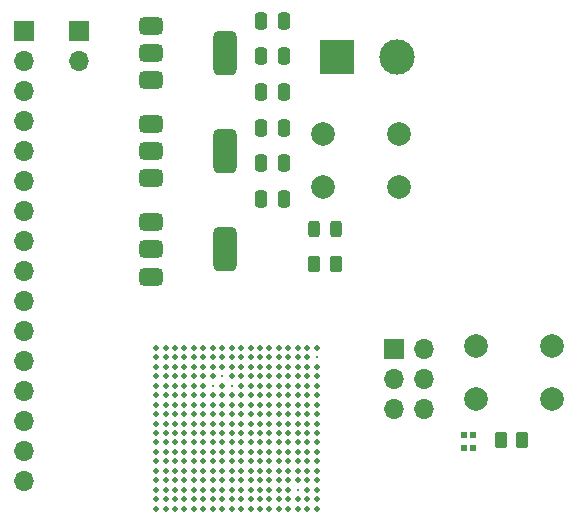
<source format=gbr>
%TF.GenerationSoftware,KiCad,Pcbnew,8.0.3*%
%TF.CreationDate,2025-04-27T14:59:32+02:00*%
%TF.ProjectId,FPGA_Audio_Board,46504741-5f41-4756-9469-6f5f426f6172,rev?*%
%TF.SameCoordinates,Original*%
%TF.FileFunction,Soldermask,Top*%
%TF.FilePolarity,Negative*%
%FSLAX46Y46*%
G04 Gerber Fmt 4.6, Leading zero omitted, Abs format (unit mm)*
G04 Created by KiCad (PCBNEW 8.0.3) date 2025-04-27 14:59:32*
%MOMM*%
%LPD*%
G01*
G04 APERTURE LIST*
G04 Aperture macros list*
%AMRoundRect*
0 Rectangle with rounded corners*
0 $1 Rounding radius*
0 $2 $3 $4 $5 $6 $7 $8 $9 X,Y pos of 4 corners*
0 Add a 4 corners polygon primitive as box body*
4,1,4,$2,$3,$4,$5,$6,$7,$8,$9,$2,$3,0*
0 Add four circle primitives for the rounded corners*
1,1,$1+$1,$2,$3*
1,1,$1+$1,$4,$5*
1,1,$1+$1,$6,$7*
1,1,$1+$1,$8,$9*
0 Add four rect primitives between the rounded corners*
20,1,$1+$1,$2,$3,$4,$5,0*
20,1,$1+$1,$4,$5,$6,$7,0*
20,1,$1+$1,$6,$7,$8,$9,0*
20,1,$1+$1,$8,$9,$2,$3,0*%
G04 Aperture macros list end*
%ADD10RoundRect,0.243750X-0.243750X-0.456250X0.243750X-0.456250X0.243750X0.456250X-0.243750X0.456250X0*%
%ADD11R,0.500000X0.600000*%
%ADD12RoundRect,0.250000X-0.250000X-0.475000X0.250000X-0.475000X0.250000X0.475000X-0.250000X0.475000X0*%
%ADD13C,2.000000*%
%ADD14R,1.700000X1.700000*%
%ADD15O,1.700000X1.700000*%
%ADD16RoundRect,0.250000X-0.262500X-0.450000X0.262500X-0.450000X0.262500X0.450000X-0.262500X0.450000X0*%
%ADD17RoundRect,0.375000X-0.625000X-0.375000X0.625000X-0.375000X0.625000X0.375000X-0.625000X0.375000X0*%
%ADD18RoundRect,0.500000X-0.500000X-1.400000X0.500000X-1.400000X0.500000X1.400000X-0.500000X1.400000X0*%
%ADD19R,3.000000X3.000000*%
%ADD20C,3.000000*%
%ADD21C,0.500000*%
%ADD22C,0.300000*%
G04 APERTURE END LIST*
D10*
%TO.C,D1*%
X146390000Y-92125000D03*
X148265000Y-92125000D03*
%TD*%
D11*
%TO.C,X1*%
X159057500Y-109600000D03*
X159057500Y-110700000D03*
X159857500Y-110700000D03*
X159857500Y-109600000D03*
%TD*%
D12*
%TO.C,C1*%
X141907500Y-74510000D03*
X143807500Y-74510000D03*
%TD*%
D13*
%TO.C,SW2*%
X160057500Y-102000000D03*
X166557500Y-102000000D03*
X160057500Y-106500000D03*
X166557500Y-106500000D03*
%TD*%
D14*
%TO.C,AUDIO_OUT_HEADER1*%
X126457500Y-75330000D03*
D15*
X126457500Y-77870000D03*
%TD*%
D16*
%TO.C,R1*%
X146375000Y-95120000D03*
X148200000Y-95120000D03*
%TD*%
D12*
%TO.C,C6*%
X141907500Y-89560000D03*
X143807500Y-89560000D03*
%TD*%
D17*
%TO.C,U3*%
X132557500Y-91555000D03*
X132557500Y-93855000D03*
D18*
X138857500Y-93855000D03*
D17*
X132557500Y-96155000D03*
%TD*%
D14*
%TO.C,SW_HEADER1*%
X121807500Y-75330000D03*
D15*
X121807500Y-77870000D03*
X121807500Y-80410000D03*
X121807500Y-82950000D03*
X121807500Y-85490000D03*
X121807500Y-88030000D03*
X121807500Y-90570000D03*
X121807500Y-93110000D03*
X121807500Y-95650000D03*
X121807500Y-98190000D03*
X121807500Y-100730000D03*
X121807500Y-103270000D03*
X121807500Y-105810000D03*
X121807500Y-108350000D03*
X121807500Y-110890000D03*
X121807500Y-113430000D03*
%TD*%
D12*
%TO.C,C5*%
X141907500Y-86550000D03*
X143807500Y-86550000D03*
%TD*%
D16*
%TO.C,R2*%
X162175000Y-110000000D03*
X164000000Y-110000000D03*
%TD*%
D19*
%TO.C,J1*%
X148317500Y-77530000D03*
D20*
X153397500Y-77530000D03*
%TD*%
D21*
%TO.C,U4*%
X133007500Y-102200000D03*
X133807500Y-102200000D03*
X134607500Y-102200000D03*
X135407500Y-102200000D03*
X136207500Y-102200000D03*
X137007500Y-102200000D03*
X137807500Y-102200000D03*
X138607500Y-102200000D03*
X139407500Y-102200000D03*
X140207500Y-102200000D03*
X141007500Y-102200000D03*
X141807500Y-102200000D03*
X142607500Y-102200000D03*
X143407500Y-102200000D03*
X144207500Y-102200000D03*
X145007500Y-102200000D03*
X145807500Y-102200000D03*
X146607500Y-102200000D03*
X133007500Y-103000000D03*
X133807500Y-103000000D03*
X134607500Y-103000000D03*
X135407500Y-103000000D03*
X136207500Y-103000000D03*
X137007500Y-103000000D03*
X137807500Y-103000000D03*
X138607500Y-103000000D03*
X139407500Y-103000000D03*
X140207500Y-103000000D03*
X141007500Y-103000000D03*
X141807500Y-103000000D03*
X142607500Y-103000000D03*
X143407500Y-103000000D03*
X144207500Y-103000000D03*
X145007500Y-103000000D03*
X145807500Y-103000000D03*
D22*
X146607500Y-103000000D03*
D21*
X133007500Y-103800000D03*
X133807500Y-103800000D03*
X134607500Y-103800000D03*
X135407500Y-103800000D03*
X136207500Y-103800000D03*
X137007500Y-103800000D03*
X137807500Y-103800000D03*
X138607500Y-103800000D03*
X139407500Y-103800000D03*
X140207500Y-103800000D03*
X141007500Y-103800000D03*
X141807500Y-103800000D03*
X142607500Y-103800000D03*
X143407500Y-103800000D03*
X144207500Y-103800000D03*
X145007500Y-103800000D03*
X145807500Y-103800000D03*
X146607500Y-103800000D03*
X133007500Y-104600000D03*
X133807500Y-104600000D03*
X134607500Y-104600000D03*
X135407500Y-104600000D03*
X136207500Y-104600000D03*
X137007500Y-104600000D03*
X137807500Y-104600000D03*
D22*
X138607500Y-104600000D03*
D21*
X139407500Y-104600000D03*
X140207500Y-104600000D03*
X141007500Y-104600000D03*
X141807500Y-104600000D03*
X142607500Y-104600000D03*
X143407500Y-104600000D03*
X144207500Y-104600000D03*
X145007500Y-104600000D03*
X145807500Y-104600000D03*
X146607500Y-104600000D03*
X133007500Y-105400000D03*
X133807500Y-105400000D03*
X134607500Y-105400000D03*
X135407500Y-105400000D03*
X136207500Y-105400000D03*
X137007500Y-105400000D03*
D22*
X137807500Y-105400000D03*
D21*
X138607500Y-105400000D03*
D22*
X139407500Y-105400000D03*
D21*
X140207500Y-105400000D03*
X141007500Y-105400000D03*
X141807500Y-105400000D03*
X142607500Y-105400000D03*
X143407500Y-105400000D03*
X144207500Y-105400000D03*
X145007500Y-105400000D03*
X145807500Y-105400000D03*
X146607500Y-105400000D03*
X133007500Y-106200000D03*
X133807500Y-106200000D03*
X134607500Y-106200000D03*
X135407500Y-106200000D03*
X136207500Y-106200000D03*
X137007500Y-106200000D03*
X137807500Y-106200000D03*
X138607500Y-106200000D03*
X139407500Y-106200000D03*
X140207500Y-106200000D03*
X141007500Y-106200000D03*
X141807500Y-106200000D03*
X142607500Y-106200000D03*
X143407500Y-106200000D03*
X144207500Y-106200000D03*
X145007500Y-106200000D03*
X145807500Y-106200000D03*
X146607500Y-106200000D03*
X133007500Y-107000000D03*
X133807500Y-107000000D03*
X134607500Y-107000000D03*
X135407500Y-107000000D03*
X136207500Y-107000000D03*
X137007500Y-107000000D03*
X137807500Y-107000000D03*
X138607500Y-107000000D03*
X139407500Y-107000000D03*
X140207500Y-107000000D03*
X141007500Y-107000000D03*
X141807500Y-107000000D03*
X142607500Y-107000000D03*
X143407500Y-107000000D03*
X144207500Y-107000000D03*
X145007500Y-107000000D03*
X145807500Y-107000000D03*
X146607500Y-107000000D03*
X133007500Y-107800000D03*
X133807500Y-107800000D03*
X134607500Y-107800000D03*
X135407500Y-107800000D03*
X136207500Y-107800000D03*
X137007500Y-107800000D03*
X137807500Y-107800000D03*
X138607500Y-107800000D03*
X139407500Y-107800000D03*
X140207500Y-107800000D03*
X141007500Y-107800000D03*
X141807500Y-107800000D03*
X142607500Y-107800000D03*
X143407500Y-107800000D03*
X144207500Y-107800000D03*
X145007500Y-107800000D03*
X145807500Y-107800000D03*
X146607500Y-107800000D03*
X133007500Y-108600000D03*
X133807500Y-108600000D03*
X134607500Y-108600000D03*
X135407500Y-108600000D03*
X136207500Y-108600000D03*
X137007500Y-108600000D03*
X137807500Y-108600000D03*
X138607500Y-108600000D03*
X139407500Y-108600000D03*
X140207500Y-108600000D03*
X141007500Y-108600000D03*
X141807500Y-108600000D03*
X142607500Y-108600000D03*
X143407500Y-108600000D03*
X144207500Y-108600000D03*
X145007500Y-108600000D03*
X145807500Y-108600000D03*
X146607500Y-108600000D03*
X133007500Y-109400000D03*
X133807500Y-109400000D03*
X134607500Y-109400000D03*
X135407500Y-109400000D03*
X136207500Y-109400000D03*
X137007500Y-109400000D03*
X137807500Y-109400000D03*
X138607500Y-109400000D03*
X139407500Y-109400000D03*
X140207500Y-109400000D03*
X141007500Y-109400000D03*
X141807500Y-109400000D03*
X142607500Y-109400000D03*
X143407500Y-109400000D03*
X144207500Y-109400000D03*
X145007500Y-109400000D03*
X145807500Y-109400000D03*
X146607500Y-109400000D03*
X133007500Y-110200000D03*
X133807500Y-110200000D03*
X134607500Y-110200000D03*
X135407500Y-110200000D03*
X136207500Y-110200000D03*
X137007500Y-110200000D03*
X137807500Y-110200000D03*
X138607500Y-110200000D03*
X139407500Y-110200000D03*
X140207500Y-110200000D03*
X141007500Y-110200000D03*
X141807500Y-110200000D03*
X142607500Y-110200000D03*
X143407500Y-110200000D03*
X144207500Y-110200000D03*
X145007500Y-110200000D03*
X145807500Y-110200000D03*
X146607500Y-110200000D03*
X133007500Y-111000000D03*
X133807500Y-111000000D03*
X134607500Y-111000000D03*
X135407500Y-111000000D03*
X136207500Y-111000000D03*
X137007500Y-111000000D03*
X137807500Y-111000000D03*
X138607500Y-111000000D03*
X139407500Y-111000000D03*
X140207500Y-111000000D03*
X141007500Y-111000000D03*
X141807500Y-111000000D03*
X142607500Y-111000000D03*
X143407500Y-111000000D03*
X144207500Y-111000000D03*
X145007500Y-111000000D03*
X145807500Y-111000000D03*
X146607500Y-111000000D03*
X133007500Y-111800000D03*
X133807500Y-111800000D03*
X134607500Y-111800000D03*
X135407500Y-111800000D03*
X136207500Y-111800000D03*
X137007500Y-111800000D03*
X137807500Y-111800000D03*
X138607500Y-111800000D03*
X139407500Y-111800000D03*
X140207500Y-111800000D03*
X141007500Y-111800000D03*
X141807500Y-111800000D03*
X142607500Y-111800000D03*
X143407500Y-111800000D03*
X144207500Y-111800000D03*
X145007500Y-111800000D03*
X145807500Y-111800000D03*
X146607500Y-111800000D03*
X133007500Y-112600000D03*
X133807500Y-112600000D03*
X134607500Y-112600000D03*
X135407500Y-112600000D03*
X136207500Y-112600000D03*
X137007500Y-112600000D03*
X137807500Y-112600000D03*
X138607500Y-112600000D03*
X139407500Y-112600000D03*
X140207500Y-112600000D03*
X141007500Y-112600000D03*
X141807500Y-112600000D03*
X142607500Y-112600000D03*
X143407500Y-112600000D03*
X144207500Y-112600000D03*
X145007500Y-112600000D03*
X145807500Y-112600000D03*
X146607500Y-112600000D03*
X133007500Y-113400000D03*
X133807500Y-113400000D03*
X134607500Y-113400000D03*
X135407500Y-113400000D03*
X136207500Y-113400000D03*
X137007500Y-113400000D03*
X137807500Y-113400000D03*
X138607500Y-113400000D03*
X139407500Y-113400000D03*
X140207500Y-113400000D03*
X141007500Y-113400000D03*
X141807500Y-113400000D03*
X142607500Y-113400000D03*
X143407500Y-113400000D03*
X144207500Y-113400000D03*
X145007500Y-113400000D03*
X145807500Y-113400000D03*
X146607500Y-113400000D03*
X133007500Y-114200000D03*
X133807500Y-114200000D03*
X134607500Y-114200000D03*
X135407500Y-114200000D03*
X136207500Y-114200000D03*
X137007500Y-114200000D03*
X137807500Y-114200000D03*
X138607500Y-114200000D03*
X139407500Y-114200000D03*
X140207500Y-114200000D03*
X141007500Y-114200000D03*
X141807500Y-114200000D03*
X142607500Y-114200000D03*
X143407500Y-114200000D03*
X144207500Y-114200000D03*
D22*
X145007500Y-114200000D03*
D21*
X145807500Y-114200000D03*
X146607500Y-114200000D03*
X133007500Y-115000000D03*
X133807500Y-115000000D03*
X134607500Y-115000000D03*
X135407500Y-115000000D03*
X136207500Y-115000000D03*
X137007500Y-115000000D03*
X137807500Y-115000000D03*
X138607500Y-115000000D03*
X139407500Y-115000000D03*
X140207500Y-115000000D03*
X141007500Y-115000000D03*
X141807500Y-115000000D03*
X142607500Y-115000000D03*
X143407500Y-115000000D03*
X144207500Y-115000000D03*
X145007500Y-115000000D03*
X145807500Y-115000000D03*
X146607500Y-115000000D03*
X133007500Y-115800000D03*
X133807500Y-115800000D03*
X134607500Y-115800000D03*
X135407500Y-115800000D03*
X136207500Y-115800000D03*
X137007500Y-115800000D03*
X137807500Y-115800000D03*
X138607500Y-115800000D03*
X139407500Y-115800000D03*
X140207500Y-115800000D03*
X141007500Y-115800000D03*
X141807500Y-115800000D03*
X142607500Y-115800000D03*
X143407500Y-115800000D03*
X144207500Y-115800000D03*
X145007500Y-115800000D03*
X145807500Y-115800000D03*
X146607500Y-115800000D03*
%TD*%
D17*
%TO.C,U2*%
X132557500Y-83230000D03*
X132557500Y-85530000D03*
D18*
X138857500Y-85530000D03*
D17*
X132557500Y-87830000D03*
%TD*%
D12*
%TO.C,C2*%
X141907500Y-77520000D03*
X143807500Y-77520000D03*
%TD*%
D13*
%TO.C,SW1*%
X147107500Y-84080000D03*
X153607500Y-84080000D03*
X147107500Y-88580000D03*
X153607500Y-88580000D03*
%TD*%
D14*
%TO.C,JTAG1*%
X153157500Y-102300000D03*
D15*
X155697500Y-102300000D03*
X153157500Y-104840000D03*
X155697500Y-104840000D03*
X153157500Y-107380000D03*
X155697500Y-107380000D03*
%TD*%
D12*
%TO.C,C3*%
X141907500Y-80530000D03*
X143807500Y-80530000D03*
%TD*%
D17*
%TO.C,U1*%
X132557500Y-74905000D03*
X132557500Y-77205000D03*
D18*
X138857500Y-77205000D03*
D17*
X132557500Y-79505000D03*
%TD*%
D12*
%TO.C,C4*%
X141907500Y-83540000D03*
X143807500Y-83540000D03*
%TD*%
M02*

</source>
